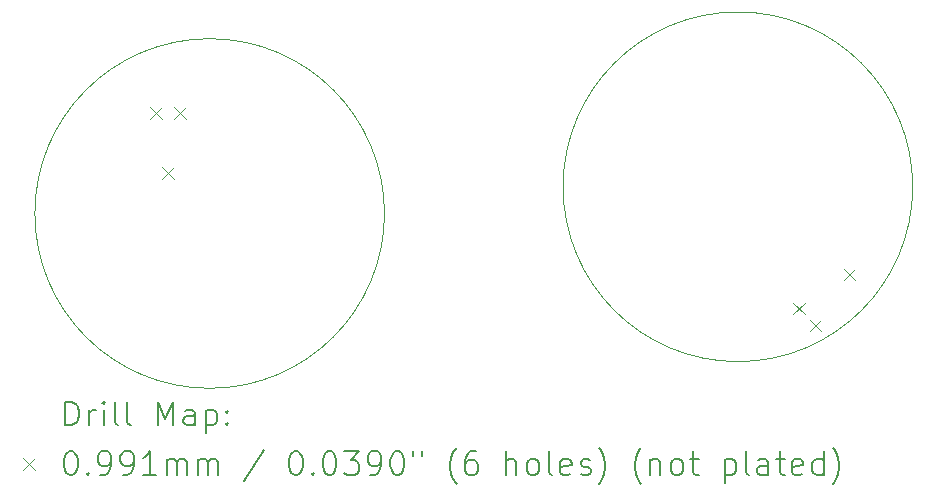
<source format=gbr>
%TF.GenerationSoftware,KiCad,Pcbnew,8.0.6*%
%TF.CreationDate,2025-07-21T23:52:03+02:00*%
%TF.ProjectId,nRF5340,6e524635-3334-4302-9e6b-696361645f70,rev?*%
%TF.SameCoordinates,Original*%
%TF.FileFunction,Drillmap*%
%TF.FilePolarity,Positive*%
%FSLAX45Y45*%
G04 Gerber Fmt 4.5, Leading zero omitted, Abs format (unit mm)*
G04 Created by KiCad (PCBNEW 8.0.6) date 2025-07-21 23:52:03*
%MOMM*%
%LPD*%
G01*
G04 APERTURE LIST*
%ADD10C,0.050000*%
%ADD11C,0.200000*%
%ADD12C,0.100000*%
G04 APERTURE END LIST*
D10*
X20965000Y-12151500D02*
G75*
G02*
X18005000Y-12151500I-1480000J0D01*
G01*
X18005000Y-12151500D02*
G75*
G02*
X20965000Y-12151500I1480000J0D01*
G01*
X16492500Y-12377500D02*
G75*
G02*
X13532500Y-12377500I-1480000J0D01*
G01*
X13532500Y-12377500D02*
G75*
G02*
X16492500Y-12377500I1480000J0D01*
G01*
D11*
D12*
X14510370Y-11478470D02*
X14609430Y-11577530D01*
X14609430Y-11478470D02*
X14510370Y-11577530D01*
X14611970Y-11986470D02*
X14711030Y-12085530D01*
X14711030Y-11986470D02*
X14611970Y-12085530D01*
X14713570Y-11478470D02*
X14812630Y-11577530D01*
X14812630Y-11478470D02*
X14713570Y-11577530D01*
X19949727Y-13132832D02*
X20048787Y-13231892D01*
X20048787Y-13132832D02*
X19949727Y-13231892D01*
X20093411Y-13276516D02*
X20192471Y-13375576D01*
X20192471Y-13276516D02*
X20093411Y-13375576D01*
X20380779Y-12845463D02*
X20479839Y-12944523D01*
X20479839Y-12845463D02*
X20380779Y-12944523D01*
D11*
X13790777Y-14171484D02*
X13790777Y-13971484D01*
X13790777Y-13971484D02*
X13838396Y-13971484D01*
X13838396Y-13971484D02*
X13866967Y-13981008D01*
X13866967Y-13981008D02*
X13886015Y-14000055D01*
X13886015Y-14000055D02*
X13895539Y-14019103D01*
X13895539Y-14019103D02*
X13905062Y-14057198D01*
X13905062Y-14057198D02*
X13905062Y-14085769D01*
X13905062Y-14085769D02*
X13895539Y-14123865D01*
X13895539Y-14123865D02*
X13886015Y-14142912D01*
X13886015Y-14142912D02*
X13866967Y-14161960D01*
X13866967Y-14161960D02*
X13838396Y-14171484D01*
X13838396Y-14171484D02*
X13790777Y-14171484D01*
X13990777Y-14171484D02*
X13990777Y-14038150D01*
X13990777Y-14076246D02*
X14000301Y-14057198D01*
X14000301Y-14057198D02*
X14009824Y-14047674D01*
X14009824Y-14047674D02*
X14028872Y-14038150D01*
X14028872Y-14038150D02*
X14047920Y-14038150D01*
X14114586Y-14171484D02*
X14114586Y-14038150D01*
X14114586Y-13971484D02*
X14105062Y-13981008D01*
X14105062Y-13981008D02*
X14114586Y-13990531D01*
X14114586Y-13990531D02*
X14124110Y-13981008D01*
X14124110Y-13981008D02*
X14114586Y-13971484D01*
X14114586Y-13971484D02*
X14114586Y-13990531D01*
X14238396Y-14171484D02*
X14219348Y-14161960D01*
X14219348Y-14161960D02*
X14209824Y-14142912D01*
X14209824Y-14142912D02*
X14209824Y-13971484D01*
X14343158Y-14171484D02*
X14324110Y-14161960D01*
X14324110Y-14161960D02*
X14314586Y-14142912D01*
X14314586Y-14142912D02*
X14314586Y-13971484D01*
X14571729Y-14171484D02*
X14571729Y-13971484D01*
X14571729Y-13971484D02*
X14638396Y-14114341D01*
X14638396Y-14114341D02*
X14705062Y-13971484D01*
X14705062Y-13971484D02*
X14705062Y-14171484D01*
X14886015Y-14171484D02*
X14886015Y-14066722D01*
X14886015Y-14066722D02*
X14876491Y-14047674D01*
X14876491Y-14047674D02*
X14857443Y-14038150D01*
X14857443Y-14038150D02*
X14819348Y-14038150D01*
X14819348Y-14038150D02*
X14800301Y-14047674D01*
X14886015Y-14161960D02*
X14866967Y-14171484D01*
X14866967Y-14171484D02*
X14819348Y-14171484D01*
X14819348Y-14171484D02*
X14800301Y-14161960D01*
X14800301Y-14161960D02*
X14790777Y-14142912D01*
X14790777Y-14142912D02*
X14790777Y-14123865D01*
X14790777Y-14123865D02*
X14800301Y-14104817D01*
X14800301Y-14104817D02*
X14819348Y-14095293D01*
X14819348Y-14095293D02*
X14866967Y-14095293D01*
X14866967Y-14095293D02*
X14886015Y-14085769D01*
X14981253Y-14038150D02*
X14981253Y-14238150D01*
X14981253Y-14047674D02*
X15000301Y-14038150D01*
X15000301Y-14038150D02*
X15038396Y-14038150D01*
X15038396Y-14038150D02*
X15057443Y-14047674D01*
X15057443Y-14047674D02*
X15066967Y-14057198D01*
X15066967Y-14057198D02*
X15076491Y-14076246D01*
X15076491Y-14076246D02*
X15076491Y-14133388D01*
X15076491Y-14133388D02*
X15066967Y-14152436D01*
X15066967Y-14152436D02*
X15057443Y-14161960D01*
X15057443Y-14161960D02*
X15038396Y-14171484D01*
X15038396Y-14171484D02*
X15000301Y-14171484D01*
X15000301Y-14171484D02*
X14981253Y-14161960D01*
X15162205Y-14152436D02*
X15171729Y-14161960D01*
X15171729Y-14161960D02*
X15162205Y-14171484D01*
X15162205Y-14171484D02*
X15152682Y-14161960D01*
X15152682Y-14161960D02*
X15162205Y-14152436D01*
X15162205Y-14152436D02*
X15162205Y-14171484D01*
X15162205Y-14047674D02*
X15171729Y-14057198D01*
X15171729Y-14057198D02*
X15162205Y-14066722D01*
X15162205Y-14066722D02*
X15152682Y-14057198D01*
X15152682Y-14057198D02*
X15162205Y-14047674D01*
X15162205Y-14047674D02*
X15162205Y-14066722D01*
D12*
X13430940Y-14450470D02*
X13530000Y-14549530D01*
X13530000Y-14450470D02*
X13430940Y-14549530D01*
D11*
X13828872Y-14391484D02*
X13847920Y-14391484D01*
X13847920Y-14391484D02*
X13866967Y-14401008D01*
X13866967Y-14401008D02*
X13876491Y-14410531D01*
X13876491Y-14410531D02*
X13886015Y-14429579D01*
X13886015Y-14429579D02*
X13895539Y-14467674D01*
X13895539Y-14467674D02*
X13895539Y-14515293D01*
X13895539Y-14515293D02*
X13886015Y-14553388D01*
X13886015Y-14553388D02*
X13876491Y-14572436D01*
X13876491Y-14572436D02*
X13866967Y-14581960D01*
X13866967Y-14581960D02*
X13847920Y-14591484D01*
X13847920Y-14591484D02*
X13828872Y-14591484D01*
X13828872Y-14591484D02*
X13809824Y-14581960D01*
X13809824Y-14581960D02*
X13800301Y-14572436D01*
X13800301Y-14572436D02*
X13790777Y-14553388D01*
X13790777Y-14553388D02*
X13781253Y-14515293D01*
X13781253Y-14515293D02*
X13781253Y-14467674D01*
X13781253Y-14467674D02*
X13790777Y-14429579D01*
X13790777Y-14429579D02*
X13800301Y-14410531D01*
X13800301Y-14410531D02*
X13809824Y-14401008D01*
X13809824Y-14401008D02*
X13828872Y-14391484D01*
X13981253Y-14572436D02*
X13990777Y-14581960D01*
X13990777Y-14581960D02*
X13981253Y-14591484D01*
X13981253Y-14591484D02*
X13971729Y-14581960D01*
X13971729Y-14581960D02*
X13981253Y-14572436D01*
X13981253Y-14572436D02*
X13981253Y-14591484D01*
X14086015Y-14591484D02*
X14124110Y-14591484D01*
X14124110Y-14591484D02*
X14143158Y-14581960D01*
X14143158Y-14581960D02*
X14152682Y-14572436D01*
X14152682Y-14572436D02*
X14171729Y-14543865D01*
X14171729Y-14543865D02*
X14181253Y-14505769D01*
X14181253Y-14505769D02*
X14181253Y-14429579D01*
X14181253Y-14429579D02*
X14171729Y-14410531D01*
X14171729Y-14410531D02*
X14162205Y-14401008D01*
X14162205Y-14401008D02*
X14143158Y-14391484D01*
X14143158Y-14391484D02*
X14105062Y-14391484D01*
X14105062Y-14391484D02*
X14086015Y-14401008D01*
X14086015Y-14401008D02*
X14076491Y-14410531D01*
X14076491Y-14410531D02*
X14066967Y-14429579D01*
X14066967Y-14429579D02*
X14066967Y-14477198D01*
X14066967Y-14477198D02*
X14076491Y-14496246D01*
X14076491Y-14496246D02*
X14086015Y-14505769D01*
X14086015Y-14505769D02*
X14105062Y-14515293D01*
X14105062Y-14515293D02*
X14143158Y-14515293D01*
X14143158Y-14515293D02*
X14162205Y-14505769D01*
X14162205Y-14505769D02*
X14171729Y-14496246D01*
X14171729Y-14496246D02*
X14181253Y-14477198D01*
X14276491Y-14591484D02*
X14314586Y-14591484D01*
X14314586Y-14591484D02*
X14333634Y-14581960D01*
X14333634Y-14581960D02*
X14343158Y-14572436D01*
X14343158Y-14572436D02*
X14362205Y-14543865D01*
X14362205Y-14543865D02*
X14371729Y-14505769D01*
X14371729Y-14505769D02*
X14371729Y-14429579D01*
X14371729Y-14429579D02*
X14362205Y-14410531D01*
X14362205Y-14410531D02*
X14352682Y-14401008D01*
X14352682Y-14401008D02*
X14333634Y-14391484D01*
X14333634Y-14391484D02*
X14295539Y-14391484D01*
X14295539Y-14391484D02*
X14276491Y-14401008D01*
X14276491Y-14401008D02*
X14266967Y-14410531D01*
X14266967Y-14410531D02*
X14257443Y-14429579D01*
X14257443Y-14429579D02*
X14257443Y-14477198D01*
X14257443Y-14477198D02*
X14266967Y-14496246D01*
X14266967Y-14496246D02*
X14276491Y-14505769D01*
X14276491Y-14505769D02*
X14295539Y-14515293D01*
X14295539Y-14515293D02*
X14333634Y-14515293D01*
X14333634Y-14515293D02*
X14352682Y-14505769D01*
X14352682Y-14505769D02*
X14362205Y-14496246D01*
X14362205Y-14496246D02*
X14371729Y-14477198D01*
X14562205Y-14591484D02*
X14447920Y-14591484D01*
X14505062Y-14591484D02*
X14505062Y-14391484D01*
X14505062Y-14391484D02*
X14486015Y-14420055D01*
X14486015Y-14420055D02*
X14466967Y-14439103D01*
X14466967Y-14439103D02*
X14447920Y-14448627D01*
X14647920Y-14591484D02*
X14647920Y-14458150D01*
X14647920Y-14477198D02*
X14657443Y-14467674D01*
X14657443Y-14467674D02*
X14676491Y-14458150D01*
X14676491Y-14458150D02*
X14705063Y-14458150D01*
X14705063Y-14458150D02*
X14724110Y-14467674D01*
X14724110Y-14467674D02*
X14733634Y-14486722D01*
X14733634Y-14486722D02*
X14733634Y-14591484D01*
X14733634Y-14486722D02*
X14743158Y-14467674D01*
X14743158Y-14467674D02*
X14762205Y-14458150D01*
X14762205Y-14458150D02*
X14790777Y-14458150D01*
X14790777Y-14458150D02*
X14809824Y-14467674D01*
X14809824Y-14467674D02*
X14819348Y-14486722D01*
X14819348Y-14486722D02*
X14819348Y-14591484D01*
X14914586Y-14591484D02*
X14914586Y-14458150D01*
X14914586Y-14477198D02*
X14924110Y-14467674D01*
X14924110Y-14467674D02*
X14943158Y-14458150D01*
X14943158Y-14458150D02*
X14971729Y-14458150D01*
X14971729Y-14458150D02*
X14990777Y-14467674D01*
X14990777Y-14467674D02*
X15000301Y-14486722D01*
X15000301Y-14486722D02*
X15000301Y-14591484D01*
X15000301Y-14486722D02*
X15009824Y-14467674D01*
X15009824Y-14467674D02*
X15028872Y-14458150D01*
X15028872Y-14458150D02*
X15057443Y-14458150D01*
X15057443Y-14458150D02*
X15076491Y-14467674D01*
X15076491Y-14467674D02*
X15086015Y-14486722D01*
X15086015Y-14486722D02*
X15086015Y-14591484D01*
X15476491Y-14381960D02*
X15305063Y-14639103D01*
X15733634Y-14391484D02*
X15752682Y-14391484D01*
X15752682Y-14391484D02*
X15771729Y-14401008D01*
X15771729Y-14401008D02*
X15781253Y-14410531D01*
X15781253Y-14410531D02*
X15790777Y-14429579D01*
X15790777Y-14429579D02*
X15800301Y-14467674D01*
X15800301Y-14467674D02*
X15800301Y-14515293D01*
X15800301Y-14515293D02*
X15790777Y-14553388D01*
X15790777Y-14553388D02*
X15781253Y-14572436D01*
X15781253Y-14572436D02*
X15771729Y-14581960D01*
X15771729Y-14581960D02*
X15752682Y-14591484D01*
X15752682Y-14591484D02*
X15733634Y-14591484D01*
X15733634Y-14591484D02*
X15714586Y-14581960D01*
X15714586Y-14581960D02*
X15705063Y-14572436D01*
X15705063Y-14572436D02*
X15695539Y-14553388D01*
X15695539Y-14553388D02*
X15686015Y-14515293D01*
X15686015Y-14515293D02*
X15686015Y-14467674D01*
X15686015Y-14467674D02*
X15695539Y-14429579D01*
X15695539Y-14429579D02*
X15705063Y-14410531D01*
X15705063Y-14410531D02*
X15714586Y-14401008D01*
X15714586Y-14401008D02*
X15733634Y-14391484D01*
X15886015Y-14572436D02*
X15895539Y-14581960D01*
X15895539Y-14581960D02*
X15886015Y-14591484D01*
X15886015Y-14591484D02*
X15876491Y-14581960D01*
X15876491Y-14581960D02*
X15886015Y-14572436D01*
X15886015Y-14572436D02*
X15886015Y-14591484D01*
X16019348Y-14391484D02*
X16038396Y-14391484D01*
X16038396Y-14391484D02*
X16057444Y-14401008D01*
X16057444Y-14401008D02*
X16066967Y-14410531D01*
X16066967Y-14410531D02*
X16076491Y-14429579D01*
X16076491Y-14429579D02*
X16086015Y-14467674D01*
X16086015Y-14467674D02*
X16086015Y-14515293D01*
X16086015Y-14515293D02*
X16076491Y-14553388D01*
X16076491Y-14553388D02*
X16066967Y-14572436D01*
X16066967Y-14572436D02*
X16057444Y-14581960D01*
X16057444Y-14581960D02*
X16038396Y-14591484D01*
X16038396Y-14591484D02*
X16019348Y-14591484D01*
X16019348Y-14591484D02*
X16000301Y-14581960D01*
X16000301Y-14581960D02*
X15990777Y-14572436D01*
X15990777Y-14572436D02*
X15981253Y-14553388D01*
X15981253Y-14553388D02*
X15971729Y-14515293D01*
X15971729Y-14515293D02*
X15971729Y-14467674D01*
X15971729Y-14467674D02*
X15981253Y-14429579D01*
X15981253Y-14429579D02*
X15990777Y-14410531D01*
X15990777Y-14410531D02*
X16000301Y-14401008D01*
X16000301Y-14401008D02*
X16019348Y-14391484D01*
X16152682Y-14391484D02*
X16276491Y-14391484D01*
X16276491Y-14391484D02*
X16209825Y-14467674D01*
X16209825Y-14467674D02*
X16238396Y-14467674D01*
X16238396Y-14467674D02*
X16257444Y-14477198D01*
X16257444Y-14477198D02*
X16266967Y-14486722D01*
X16266967Y-14486722D02*
X16276491Y-14505769D01*
X16276491Y-14505769D02*
X16276491Y-14553388D01*
X16276491Y-14553388D02*
X16266967Y-14572436D01*
X16266967Y-14572436D02*
X16257444Y-14581960D01*
X16257444Y-14581960D02*
X16238396Y-14591484D01*
X16238396Y-14591484D02*
X16181253Y-14591484D01*
X16181253Y-14591484D02*
X16162206Y-14581960D01*
X16162206Y-14581960D02*
X16152682Y-14572436D01*
X16371729Y-14591484D02*
X16409825Y-14591484D01*
X16409825Y-14591484D02*
X16428872Y-14581960D01*
X16428872Y-14581960D02*
X16438396Y-14572436D01*
X16438396Y-14572436D02*
X16457444Y-14543865D01*
X16457444Y-14543865D02*
X16466967Y-14505769D01*
X16466967Y-14505769D02*
X16466967Y-14429579D01*
X16466967Y-14429579D02*
X16457444Y-14410531D01*
X16457444Y-14410531D02*
X16447920Y-14401008D01*
X16447920Y-14401008D02*
X16428872Y-14391484D01*
X16428872Y-14391484D02*
X16390777Y-14391484D01*
X16390777Y-14391484D02*
X16371729Y-14401008D01*
X16371729Y-14401008D02*
X16362206Y-14410531D01*
X16362206Y-14410531D02*
X16352682Y-14429579D01*
X16352682Y-14429579D02*
X16352682Y-14477198D01*
X16352682Y-14477198D02*
X16362206Y-14496246D01*
X16362206Y-14496246D02*
X16371729Y-14505769D01*
X16371729Y-14505769D02*
X16390777Y-14515293D01*
X16390777Y-14515293D02*
X16428872Y-14515293D01*
X16428872Y-14515293D02*
X16447920Y-14505769D01*
X16447920Y-14505769D02*
X16457444Y-14496246D01*
X16457444Y-14496246D02*
X16466967Y-14477198D01*
X16590777Y-14391484D02*
X16609825Y-14391484D01*
X16609825Y-14391484D02*
X16628872Y-14401008D01*
X16628872Y-14401008D02*
X16638396Y-14410531D01*
X16638396Y-14410531D02*
X16647920Y-14429579D01*
X16647920Y-14429579D02*
X16657444Y-14467674D01*
X16657444Y-14467674D02*
X16657444Y-14515293D01*
X16657444Y-14515293D02*
X16647920Y-14553388D01*
X16647920Y-14553388D02*
X16638396Y-14572436D01*
X16638396Y-14572436D02*
X16628872Y-14581960D01*
X16628872Y-14581960D02*
X16609825Y-14591484D01*
X16609825Y-14591484D02*
X16590777Y-14591484D01*
X16590777Y-14591484D02*
X16571729Y-14581960D01*
X16571729Y-14581960D02*
X16562206Y-14572436D01*
X16562206Y-14572436D02*
X16552682Y-14553388D01*
X16552682Y-14553388D02*
X16543158Y-14515293D01*
X16543158Y-14515293D02*
X16543158Y-14467674D01*
X16543158Y-14467674D02*
X16552682Y-14429579D01*
X16552682Y-14429579D02*
X16562206Y-14410531D01*
X16562206Y-14410531D02*
X16571729Y-14401008D01*
X16571729Y-14401008D02*
X16590777Y-14391484D01*
X16733634Y-14391484D02*
X16733634Y-14429579D01*
X16809825Y-14391484D02*
X16809825Y-14429579D01*
X17105063Y-14667674D02*
X17095539Y-14658150D01*
X17095539Y-14658150D02*
X17076491Y-14629579D01*
X17076491Y-14629579D02*
X17066968Y-14610531D01*
X17066968Y-14610531D02*
X17057444Y-14581960D01*
X17057444Y-14581960D02*
X17047920Y-14534341D01*
X17047920Y-14534341D02*
X17047920Y-14496246D01*
X17047920Y-14496246D02*
X17057444Y-14448627D01*
X17057444Y-14448627D02*
X17066968Y-14420055D01*
X17066968Y-14420055D02*
X17076491Y-14401008D01*
X17076491Y-14401008D02*
X17095539Y-14372436D01*
X17095539Y-14372436D02*
X17105063Y-14362912D01*
X17266968Y-14391484D02*
X17228872Y-14391484D01*
X17228872Y-14391484D02*
X17209825Y-14401008D01*
X17209825Y-14401008D02*
X17200301Y-14410531D01*
X17200301Y-14410531D02*
X17181253Y-14439103D01*
X17181253Y-14439103D02*
X17171730Y-14477198D01*
X17171730Y-14477198D02*
X17171730Y-14553388D01*
X17171730Y-14553388D02*
X17181253Y-14572436D01*
X17181253Y-14572436D02*
X17190777Y-14581960D01*
X17190777Y-14581960D02*
X17209825Y-14591484D01*
X17209825Y-14591484D02*
X17247920Y-14591484D01*
X17247920Y-14591484D02*
X17266968Y-14581960D01*
X17266968Y-14581960D02*
X17276491Y-14572436D01*
X17276491Y-14572436D02*
X17286015Y-14553388D01*
X17286015Y-14553388D02*
X17286015Y-14505769D01*
X17286015Y-14505769D02*
X17276491Y-14486722D01*
X17276491Y-14486722D02*
X17266968Y-14477198D01*
X17266968Y-14477198D02*
X17247920Y-14467674D01*
X17247920Y-14467674D02*
X17209825Y-14467674D01*
X17209825Y-14467674D02*
X17190777Y-14477198D01*
X17190777Y-14477198D02*
X17181253Y-14486722D01*
X17181253Y-14486722D02*
X17171730Y-14505769D01*
X17524111Y-14591484D02*
X17524111Y-14391484D01*
X17609825Y-14591484D02*
X17609825Y-14486722D01*
X17609825Y-14486722D02*
X17600301Y-14467674D01*
X17600301Y-14467674D02*
X17581253Y-14458150D01*
X17581253Y-14458150D02*
X17552682Y-14458150D01*
X17552682Y-14458150D02*
X17533634Y-14467674D01*
X17533634Y-14467674D02*
X17524111Y-14477198D01*
X17733634Y-14591484D02*
X17714587Y-14581960D01*
X17714587Y-14581960D02*
X17705063Y-14572436D01*
X17705063Y-14572436D02*
X17695539Y-14553388D01*
X17695539Y-14553388D02*
X17695539Y-14496246D01*
X17695539Y-14496246D02*
X17705063Y-14477198D01*
X17705063Y-14477198D02*
X17714587Y-14467674D01*
X17714587Y-14467674D02*
X17733634Y-14458150D01*
X17733634Y-14458150D02*
X17762206Y-14458150D01*
X17762206Y-14458150D02*
X17781253Y-14467674D01*
X17781253Y-14467674D02*
X17790777Y-14477198D01*
X17790777Y-14477198D02*
X17800301Y-14496246D01*
X17800301Y-14496246D02*
X17800301Y-14553388D01*
X17800301Y-14553388D02*
X17790777Y-14572436D01*
X17790777Y-14572436D02*
X17781253Y-14581960D01*
X17781253Y-14581960D02*
X17762206Y-14591484D01*
X17762206Y-14591484D02*
X17733634Y-14591484D01*
X17914587Y-14591484D02*
X17895539Y-14581960D01*
X17895539Y-14581960D02*
X17886015Y-14562912D01*
X17886015Y-14562912D02*
X17886015Y-14391484D01*
X18066968Y-14581960D02*
X18047920Y-14591484D01*
X18047920Y-14591484D02*
X18009825Y-14591484D01*
X18009825Y-14591484D02*
X17990777Y-14581960D01*
X17990777Y-14581960D02*
X17981253Y-14562912D01*
X17981253Y-14562912D02*
X17981253Y-14486722D01*
X17981253Y-14486722D02*
X17990777Y-14467674D01*
X17990777Y-14467674D02*
X18009825Y-14458150D01*
X18009825Y-14458150D02*
X18047920Y-14458150D01*
X18047920Y-14458150D02*
X18066968Y-14467674D01*
X18066968Y-14467674D02*
X18076492Y-14486722D01*
X18076492Y-14486722D02*
X18076492Y-14505769D01*
X18076492Y-14505769D02*
X17981253Y-14524817D01*
X18152682Y-14581960D02*
X18171730Y-14591484D01*
X18171730Y-14591484D02*
X18209825Y-14591484D01*
X18209825Y-14591484D02*
X18228873Y-14581960D01*
X18228873Y-14581960D02*
X18238396Y-14562912D01*
X18238396Y-14562912D02*
X18238396Y-14553388D01*
X18238396Y-14553388D02*
X18228873Y-14534341D01*
X18228873Y-14534341D02*
X18209825Y-14524817D01*
X18209825Y-14524817D02*
X18181253Y-14524817D01*
X18181253Y-14524817D02*
X18162206Y-14515293D01*
X18162206Y-14515293D02*
X18152682Y-14496246D01*
X18152682Y-14496246D02*
X18152682Y-14486722D01*
X18152682Y-14486722D02*
X18162206Y-14467674D01*
X18162206Y-14467674D02*
X18181253Y-14458150D01*
X18181253Y-14458150D02*
X18209825Y-14458150D01*
X18209825Y-14458150D02*
X18228873Y-14467674D01*
X18305063Y-14667674D02*
X18314587Y-14658150D01*
X18314587Y-14658150D02*
X18333634Y-14629579D01*
X18333634Y-14629579D02*
X18343158Y-14610531D01*
X18343158Y-14610531D02*
X18352682Y-14581960D01*
X18352682Y-14581960D02*
X18362206Y-14534341D01*
X18362206Y-14534341D02*
X18362206Y-14496246D01*
X18362206Y-14496246D02*
X18352682Y-14448627D01*
X18352682Y-14448627D02*
X18343158Y-14420055D01*
X18343158Y-14420055D02*
X18333634Y-14401008D01*
X18333634Y-14401008D02*
X18314587Y-14372436D01*
X18314587Y-14372436D02*
X18305063Y-14362912D01*
X18666968Y-14667674D02*
X18657444Y-14658150D01*
X18657444Y-14658150D02*
X18638396Y-14629579D01*
X18638396Y-14629579D02*
X18628873Y-14610531D01*
X18628873Y-14610531D02*
X18619349Y-14581960D01*
X18619349Y-14581960D02*
X18609825Y-14534341D01*
X18609825Y-14534341D02*
X18609825Y-14496246D01*
X18609825Y-14496246D02*
X18619349Y-14448627D01*
X18619349Y-14448627D02*
X18628873Y-14420055D01*
X18628873Y-14420055D02*
X18638396Y-14401008D01*
X18638396Y-14401008D02*
X18657444Y-14372436D01*
X18657444Y-14372436D02*
X18666968Y-14362912D01*
X18743158Y-14458150D02*
X18743158Y-14591484D01*
X18743158Y-14477198D02*
X18752682Y-14467674D01*
X18752682Y-14467674D02*
X18771730Y-14458150D01*
X18771730Y-14458150D02*
X18800301Y-14458150D01*
X18800301Y-14458150D02*
X18819349Y-14467674D01*
X18819349Y-14467674D02*
X18828873Y-14486722D01*
X18828873Y-14486722D02*
X18828873Y-14591484D01*
X18952682Y-14591484D02*
X18933634Y-14581960D01*
X18933634Y-14581960D02*
X18924111Y-14572436D01*
X18924111Y-14572436D02*
X18914587Y-14553388D01*
X18914587Y-14553388D02*
X18914587Y-14496246D01*
X18914587Y-14496246D02*
X18924111Y-14477198D01*
X18924111Y-14477198D02*
X18933634Y-14467674D01*
X18933634Y-14467674D02*
X18952682Y-14458150D01*
X18952682Y-14458150D02*
X18981254Y-14458150D01*
X18981254Y-14458150D02*
X19000301Y-14467674D01*
X19000301Y-14467674D02*
X19009825Y-14477198D01*
X19009825Y-14477198D02*
X19019349Y-14496246D01*
X19019349Y-14496246D02*
X19019349Y-14553388D01*
X19019349Y-14553388D02*
X19009825Y-14572436D01*
X19009825Y-14572436D02*
X19000301Y-14581960D01*
X19000301Y-14581960D02*
X18981254Y-14591484D01*
X18981254Y-14591484D02*
X18952682Y-14591484D01*
X19076492Y-14458150D02*
X19152682Y-14458150D01*
X19105063Y-14391484D02*
X19105063Y-14562912D01*
X19105063Y-14562912D02*
X19114587Y-14581960D01*
X19114587Y-14581960D02*
X19133634Y-14591484D01*
X19133634Y-14591484D02*
X19152682Y-14591484D01*
X19371730Y-14458150D02*
X19371730Y-14658150D01*
X19371730Y-14467674D02*
X19390777Y-14458150D01*
X19390777Y-14458150D02*
X19428873Y-14458150D01*
X19428873Y-14458150D02*
X19447920Y-14467674D01*
X19447920Y-14467674D02*
X19457444Y-14477198D01*
X19457444Y-14477198D02*
X19466968Y-14496246D01*
X19466968Y-14496246D02*
X19466968Y-14553388D01*
X19466968Y-14553388D02*
X19457444Y-14572436D01*
X19457444Y-14572436D02*
X19447920Y-14581960D01*
X19447920Y-14581960D02*
X19428873Y-14591484D01*
X19428873Y-14591484D02*
X19390777Y-14591484D01*
X19390777Y-14591484D02*
X19371730Y-14581960D01*
X19581254Y-14591484D02*
X19562206Y-14581960D01*
X19562206Y-14581960D02*
X19552682Y-14562912D01*
X19552682Y-14562912D02*
X19552682Y-14391484D01*
X19743158Y-14591484D02*
X19743158Y-14486722D01*
X19743158Y-14486722D02*
X19733635Y-14467674D01*
X19733635Y-14467674D02*
X19714587Y-14458150D01*
X19714587Y-14458150D02*
X19676492Y-14458150D01*
X19676492Y-14458150D02*
X19657444Y-14467674D01*
X19743158Y-14581960D02*
X19724111Y-14591484D01*
X19724111Y-14591484D02*
X19676492Y-14591484D01*
X19676492Y-14591484D02*
X19657444Y-14581960D01*
X19657444Y-14581960D02*
X19647920Y-14562912D01*
X19647920Y-14562912D02*
X19647920Y-14543865D01*
X19647920Y-14543865D02*
X19657444Y-14524817D01*
X19657444Y-14524817D02*
X19676492Y-14515293D01*
X19676492Y-14515293D02*
X19724111Y-14515293D01*
X19724111Y-14515293D02*
X19743158Y-14505769D01*
X19809825Y-14458150D02*
X19886015Y-14458150D01*
X19838396Y-14391484D02*
X19838396Y-14562912D01*
X19838396Y-14562912D02*
X19847920Y-14581960D01*
X19847920Y-14581960D02*
X19866968Y-14591484D01*
X19866968Y-14591484D02*
X19886015Y-14591484D01*
X20028873Y-14581960D02*
X20009825Y-14591484D01*
X20009825Y-14591484D02*
X19971730Y-14591484D01*
X19971730Y-14591484D02*
X19952682Y-14581960D01*
X19952682Y-14581960D02*
X19943158Y-14562912D01*
X19943158Y-14562912D02*
X19943158Y-14486722D01*
X19943158Y-14486722D02*
X19952682Y-14467674D01*
X19952682Y-14467674D02*
X19971730Y-14458150D01*
X19971730Y-14458150D02*
X20009825Y-14458150D01*
X20009825Y-14458150D02*
X20028873Y-14467674D01*
X20028873Y-14467674D02*
X20038396Y-14486722D01*
X20038396Y-14486722D02*
X20038396Y-14505769D01*
X20038396Y-14505769D02*
X19943158Y-14524817D01*
X20209825Y-14591484D02*
X20209825Y-14391484D01*
X20209825Y-14581960D02*
X20190777Y-14591484D01*
X20190777Y-14591484D02*
X20152682Y-14591484D01*
X20152682Y-14591484D02*
X20133635Y-14581960D01*
X20133635Y-14581960D02*
X20124111Y-14572436D01*
X20124111Y-14572436D02*
X20114587Y-14553388D01*
X20114587Y-14553388D02*
X20114587Y-14496246D01*
X20114587Y-14496246D02*
X20124111Y-14477198D01*
X20124111Y-14477198D02*
X20133635Y-14467674D01*
X20133635Y-14467674D02*
X20152682Y-14458150D01*
X20152682Y-14458150D02*
X20190777Y-14458150D01*
X20190777Y-14458150D02*
X20209825Y-14467674D01*
X20286016Y-14667674D02*
X20295539Y-14658150D01*
X20295539Y-14658150D02*
X20314587Y-14629579D01*
X20314587Y-14629579D02*
X20324111Y-14610531D01*
X20324111Y-14610531D02*
X20333635Y-14581960D01*
X20333635Y-14581960D02*
X20343158Y-14534341D01*
X20343158Y-14534341D02*
X20343158Y-14496246D01*
X20343158Y-14496246D02*
X20333635Y-14448627D01*
X20333635Y-14448627D02*
X20324111Y-14420055D01*
X20324111Y-14420055D02*
X20314587Y-14401008D01*
X20314587Y-14401008D02*
X20295539Y-14372436D01*
X20295539Y-14372436D02*
X20286016Y-14362912D01*
M02*

</source>
